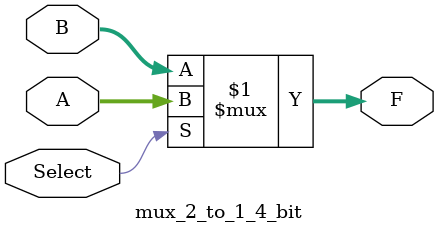
<source format=sv>
module mux_2_to_1_4_bit(
	input logic [3:0] A, B,
	input logic Select,
	output logic [3:0] F
);

	assign F[3:0] = (Select) ? A[3:0] : B[3:0];

endmodule
</source>
